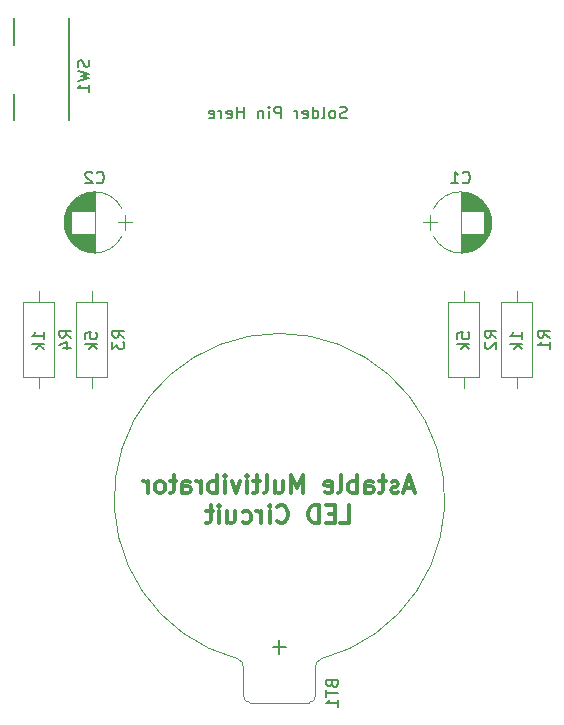
<source format=gbr>
G04 #@! TF.GenerationSoftware,KiCad,Pcbnew,(5.0.0)*
G04 #@! TF.CreationDate,2018-10-24T17:50:19-07:00*
G04 #@! TF.ProjectId,Cub_Wolf_Badge_Circuit,4375625F576F6C665F42616467655F43,rev?*
G04 #@! TF.SameCoordinates,Original*
G04 #@! TF.FileFunction,Legend,Bot*
G04 #@! TF.FilePolarity,Positive*
%FSLAX46Y46*%
G04 Gerber Fmt 4.6, Leading zero omitted, Abs format (unit mm)*
G04 Created by KiCad (PCBNEW (5.0.0)) date 10/24/18 17:50:19*
%MOMM*%
%LPD*%
G01*
G04 APERTURE LIST*
%ADD10C,0.300000*%
%ADD11C,0.120000*%
%ADD12C,0.150000*%
G04 APERTURE END LIST*
D10*
X137742857Y-72475000D02*
X137028571Y-72475000D01*
X137885714Y-72903571D02*
X137385714Y-71403571D01*
X136885714Y-72903571D01*
X136457142Y-72832142D02*
X136314285Y-72903571D01*
X136028571Y-72903571D01*
X135885714Y-72832142D01*
X135814285Y-72689285D01*
X135814285Y-72617857D01*
X135885714Y-72475000D01*
X136028571Y-72403571D01*
X136242857Y-72403571D01*
X136385714Y-72332142D01*
X136457142Y-72189285D01*
X136457142Y-72117857D01*
X136385714Y-71975000D01*
X136242857Y-71903571D01*
X136028571Y-71903571D01*
X135885714Y-71975000D01*
X135385714Y-71903571D02*
X134814285Y-71903571D01*
X135171428Y-71403571D02*
X135171428Y-72689285D01*
X135100000Y-72832142D01*
X134957142Y-72903571D01*
X134814285Y-72903571D01*
X133671428Y-72903571D02*
X133671428Y-72117857D01*
X133742857Y-71975000D01*
X133885714Y-71903571D01*
X134171428Y-71903571D01*
X134314285Y-71975000D01*
X133671428Y-72832142D02*
X133814285Y-72903571D01*
X134171428Y-72903571D01*
X134314285Y-72832142D01*
X134385714Y-72689285D01*
X134385714Y-72546428D01*
X134314285Y-72403571D01*
X134171428Y-72332142D01*
X133814285Y-72332142D01*
X133671428Y-72260714D01*
X132957142Y-72903571D02*
X132957142Y-71403571D01*
X132957142Y-71975000D02*
X132814285Y-71903571D01*
X132528571Y-71903571D01*
X132385714Y-71975000D01*
X132314285Y-72046428D01*
X132242857Y-72189285D01*
X132242857Y-72617857D01*
X132314285Y-72760714D01*
X132385714Y-72832142D01*
X132528571Y-72903571D01*
X132814285Y-72903571D01*
X132957142Y-72832142D01*
X131385714Y-72903571D02*
X131528571Y-72832142D01*
X131599999Y-72689285D01*
X131599999Y-71403571D01*
X130242857Y-72832142D02*
X130385714Y-72903571D01*
X130671428Y-72903571D01*
X130814285Y-72832142D01*
X130885714Y-72689285D01*
X130885714Y-72117857D01*
X130814285Y-71975000D01*
X130671428Y-71903571D01*
X130385714Y-71903571D01*
X130242857Y-71975000D01*
X130171428Y-72117857D01*
X130171428Y-72260714D01*
X130885714Y-72403571D01*
X128385714Y-72903571D02*
X128385714Y-71403571D01*
X127885714Y-72475000D01*
X127385714Y-71403571D01*
X127385714Y-72903571D01*
X126028571Y-71903571D02*
X126028571Y-72903571D01*
X126671428Y-71903571D02*
X126671428Y-72689285D01*
X126599999Y-72832142D01*
X126457142Y-72903571D01*
X126242857Y-72903571D01*
X126099999Y-72832142D01*
X126028571Y-72760714D01*
X125100000Y-72903571D02*
X125242857Y-72832142D01*
X125314285Y-72689285D01*
X125314285Y-71403571D01*
X124742857Y-71903571D02*
X124171428Y-71903571D01*
X124528571Y-71403571D02*
X124528571Y-72689285D01*
X124457142Y-72832142D01*
X124314285Y-72903571D01*
X124171428Y-72903571D01*
X123671428Y-72903571D02*
X123671428Y-71903571D01*
X123671428Y-71403571D02*
X123742857Y-71475000D01*
X123671428Y-71546428D01*
X123600000Y-71475000D01*
X123671428Y-71403571D01*
X123671428Y-71546428D01*
X123100000Y-71903571D02*
X122742857Y-72903571D01*
X122385714Y-71903571D01*
X121814285Y-72903571D02*
X121814285Y-71903571D01*
X121814285Y-71403571D02*
X121885714Y-71475000D01*
X121814285Y-71546428D01*
X121742857Y-71475000D01*
X121814285Y-71403571D01*
X121814285Y-71546428D01*
X121100000Y-72903571D02*
X121100000Y-71403571D01*
X121100000Y-71975000D02*
X120957142Y-71903571D01*
X120671428Y-71903571D01*
X120528571Y-71975000D01*
X120457142Y-72046428D01*
X120385714Y-72189285D01*
X120385714Y-72617857D01*
X120457142Y-72760714D01*
X120528571Y-72832142D01*
X120671428Y-72903571D01*
X120957142Y-72903571D01*
X121100000Y-72832142D01*
X119742857Y-72903571D02*
X119742857Y-71903571D01*
X119742857Y-72189285D02*
X119671428Y-72046428D01*
X119600000Y-71975000D01*
X119457142Y-71903571D01*
X119314285Y-71903571D01*
X118171428Y-72903571D02*
X118171428Y-72117857D01*
X118242857Y-71975000D01*
X118385714Y-71903571D01*
X118671428Y-71903571D01*
X118814285Y-71975000D01*
X118171428Y-72832142D02*
X118314285Y-72903571D01*
X118671428Y-72903571D01*
X118814285Y-72832142D01*
X118885714Y-72689285D01*
X118885714Y-72546428D01*
X118814285Y-72403571D01*
X118671428Y-72332142D01*
X118314285Y-72332142D01*
X118171428Y-72260714D01*
X117671428Y-71903571D02*
X117099999Y-71903571D01*
X117457142Y-71403571D02*
X117457142Y-72689285D01*
X117385714Y-72832142D01*
X117242857Y-72903571D01*
X117099999Y-72903571D01*
X116385714Y-72903571D02*
X116528571Y-72832142D01*
X116599999Y-72760714D01*
X116671428Y-72617857D01*
X116671428Y-72189285D01*
X116599999Y-72046428D01*
X116528571Y-71975000D01*
X116385714Y-71903571D01*
X116171428Y-71903571D01*
X116028571Y-71975000D01*
X115957142Y-72046428D01*
X115885714Y-72189285D01*
X115885714Y-72617857D01*
X115957142Y-72760714D01*
X116028571Y-72832142D01*
X116171428Y-72903571D01*
X116385714Y-72903571D01*
X115242857Y-72903571D02*
X115242857Y-71903571D01*
X115242857Y-72189285D02*
X115171428Y-72046428D01*
X115099999Y-71975000D01*
X114957142Y-71903571D01*
X114814285Y-71903571D01*
X131564285Y-75453571D02*
X132278571Y-75453571D01*
X132278571Y-73953571D01*
X131064285Y-74667857D02*
X130564285Y-74667857D01*
X130350000Y-75453571D02*
X131064285Y-75453571D01*
X131064285Y-73953571D01*
X130350000Y-73953571D01*
X129707142Y-75453571D02*
X129707142Y-73953571D01*
X129350000Y-73953571D01*
X129135714Y-74025000D01*
X128992857Y-74167857D01*
X128921428Y-74310714D01*
X128850000Y-74596428D01*
X128850000Y-74810714D01*
X128921428Y-75096428D01*
X128992857Y-75239285D01*
X129135714Y-75382142D01*
X129350000Y-75453571D01*
X129707142Y-75453571D01*
X126207142Y-75310714D02*
X126278571Y-75382142D01*
X126492857Y-75453571D01*
X126635714Y-75453571D01*
X126850000Y-75382142D01*
X126992857Y-75239285D01*
X127064285Y-75096428D01*
X127135714Y-74810714D01*
X127135714Y-74596428D01*
X127064285Y-74310714D01*
X126992857Y-74167857D01*
X126850000Y-74025000D01*
X126635714Y-73953571D01*
X126492857Y-73953571D01*
X126278571Y-74025000D01*
X126207142Y-74096428D01*
X125564285Y-75453571D02*
X125564285Y-74453571D01*
X125564285Y-73953571D02*
X125635714Y-74025000D01*
X125564285Y-74096428D01*
X125492857Y-74025000D01*
X125564285Y-73953571D01*
X125564285Y-74096428D01*
X124850000Y-75453571D02*
X124850000Y-74453571D01*
X124850000Y-74739285D02*
X124778571Y-74596428D01*
X124707142Y-74525000D01*
X124564285Y-74453571D01*
X124421428Y-74453571D01*
X123278571Y-75382142D02*
X123421428Y-75453571D01*
X123707142Y-75453571D01*
X123850000Y-75382142D01*
X123921428Y-75310714D01*
X123992857Y-75167857D01*
X123992857Y-74739285D01*
X123921428Y-74596428D01*
X123850000Y-74525000D01*
X123707142Y-74453571D01*
X123421428Y-74453571D01*
X123278571Y-74525000D01*
X121992857Y-74453571D02*
X121992857Y-75453571D01*
X122635714Y-74453571D02*
X122635714Y-75239285D01*
X122564285Y-75382142D01*
X122421428Y-75453571D01*
X122207142Y-75453571D01*
X122064285Y-75382142D01*
X121992857Y-75310714D01*
X121278571Y-75453571D02*
X121278571Y-74453571D01*
X121278571Y-73953571D02*
X121350000Y-74025000D01*
X121278571Y-74096428D01*
X121207142Y-74025000D01*
X121278571Y-73953571D01*
X121278571Y-74096428D01*
X120778571Y-74453571D02*
X120207142Y-74453571D01*
X120564285Y-73953571D02*
X120564285Y-75239285D01*
X120492857Y-75382142D01*
X120350000Y-75453571D01*
X120207142Y-75453571D01*
D11*
G04 #@! TO.C,BT1*
X128900000Y-90650000D02*
X123900000Y-90650000D01*
X123350000Y-90100000D02*
G75*
G03X123900000Y-90650000I550000J0D01*
G01*
X129450000Y-90100000D02*
G75*
G02X128900000Y-90650000I-550000J0D01*
G01*
X123350000Y-90100000D02*
X123350000Y-87650000D01*
X129450000Y-87650000D02*
X129450000Y-90100000D01*
X129943485Y-86945231D02*
G75*
G03X129450000Y-87650000I256515J-704769D01*
G01*
X122856515Y-86945231D02*
G75*
G02X123350000Y-87650000I-256515J-704769D01*
G01*
X126384769Y-59400262D02*
G75*
G02X129920000Y-86950000I15231J-13999738D01*
G01*
X126415231Y-59400262D02*
G75*
G03X122880000Y-86950000I-15231J-13999738D01*
G01*
G04 #@! TO.C,R1*
X146500000Y-55820000D02*
X146500000Y-56710000D01*
X146500000Y-64020000D02*
X146500000Y-63130000D01*
X147810000Y-56710000D02*
X147810000Y-63130000D01*
X145190000Y-56710000D02*
X147810000Y-56710000D01*
X145190000Y-63130000D02*
X145190000Y-56710000D01*
X147810000Y-63130000D02*
X145190000Y-63130000D01*
G04 #@! TO.C,R2*
X142000000Y-55820000D02*
X142000000Y-56710000D01*
X142000000Y-64020000D02*
X142000000Y-63130000D01*
X143310000Y-56710000D02*
X143310000Y-63130000D01*
X140690000Y-56710000D02*
X143310000Y-56710000D01*
X140690000Y-63130000D02*
X140690000Y-56710000D01*
X143310000Y-63130000D02*
X140690000Y-63130000D01*
G04 #@! TO.C,R3*
X111810000Y-63130000D02*
X109190000Y-63130000D01*
X109190000Y-63130000D02*
X109190000Y-56710000D01*
X109190000Y-56710000D02*
X111810000Y-56710000D01*
X111810000Y-56710000D02*
X111810000Y-63130000D01*
X110500000Y-64020000D02*
X110500000Y-63130000D01*
X110500000Y-55820000D02*
X110500000Y-56710000D01*
G04 #@! TO.C,R4*
X107310000Y-63130000D02*
X104690000Y-63130000D01*
X104690000Y-63130000D02*
X104690000Y-56710000D01*
X104690000Y-56710000D02*
X107310000Y-56710000D01*
X107310000Y-56710000D02*
X107310000Y-63130000D01*
X106000000Y-64020000D02*
X106000000Y-63130000D01*
X106000000Y-55820000D02*
X106000000Y-56710000D01*
G04 #@! TO.C,C1*
X139150000Y-50650000D02*
X139150000Y-49350000D01*
X138550000Y-50000000D02*
X139750000Y-50000000D01*
X144311000Y-50354000D02*
X144311000Y-49646000D01*
X144271000Y-50559000D02*
X144271000Y-49441000D01*
X144231000Y-50707000D02*
X144231000Y-49293000D01*
X144191000Y-50829000D02*
X144191000Y-49171000D01*
X144151000Y-50934000D02*
X144151000Y-49066000D01*
X144111000Y-51028000D02*
X144111000Y-48972000D01*
X144071000Y-51112000D02*
X144071000Y-48888000D01*
X144031000Y-51189000D02*
X144031000Y-48811000D01*
X143991000Y-51261000D02*
X143991000Y-48739000D01*
X143951000Y-51327000D02*
X143951000Y-48673000D01*
X143911000Y-51390000D02*
X143911000Y-48610000D01*
X143871000Y-51448000D02*
X143871000Y-48552000D01*
X143831000Y-51504000D02*
X143831000Y-48496000D01*
X143791000Y-51556000D02*
X143791000Y-48444000D01*
X143751000Y-51606000D02*
X143751000Y-48394000D01*
X143711000Y-49020000D02*
X143711000Y-48346000D01*
X143711000Y-51654000D02*
X143711000Y-50980000D01*
X143671000Y-49020000D02*
X143671000Y-48301000D01*
X143671000Y-51699000D02*
X143671000Y-50980000D01*
X143631000Y-49020000D02*
X143631000Y-48258000D01*
X143631000Y-51742000D02*
X143631000Y-50980000D01*
X143591000Y-49020000D02*
X143591000Y-48217000D01*
X143591000Y-51783000D02*
X143591000Y-50980000D01*
X143551000Y-49020000D02*
X143551000Y-48177000D01*
X143551000Y-51823000D02*
X143551000Y-50980000D01*
X143511000Y-49020000D02*
X143511000Y-48139000D01*
X143511000Y-51861000D02*
X143511000Y-50980000D01*
X143471000Y-49020000D02*
X143471000Y-48103000D01*
X143471000Y-51897000D02*
X143471000Y-50980000D01*
X143431000Y-49020000D02*
X143431000Y-48068000D01*
X143431000Y-51932000D02*
X143431000Y-50980000D01*
X143391000Y-49020000D02*
X143391000Y-48035000D01*
X143391000Y-51965000D02*
X143391000Y-50980000D01*
X143351000Y-49020000D02*
X143351000Y-48003000D01*
X143351000Y-51997000D02*
X143351000Y-50980000D01*
X143311000Y-49020000D02*
X143311000Y-47972000D01*
X143311000Y-52028000D02*
X143311000Y-50980000D01*
X143271000Y-49020000D02*
X143271000Y-47942000D01*
X143271000Y-52058000D02*
X143271000Y-50980000D01*
X143231000Y-49020000D02*
X143231000Y-47914000D01*
X143231000Y-52086000D02*
X143231000Y-50980000D01*
X143191000Y-49020000D02*
X143191000Y-47887000D01*
X143191000Y-52113000D02*
X143191000Y-50980000D01*
X143151000Y-49020000D02*
X143151000Y-47860000D01*
X143151000Y-52140000D02*
X143151000Y-50980000D01*
X143111000Y-49020000D02*
X143111000Y-47835000D01*
X143111000Y-52165000D02*
X143111000Y-50980000D01*
X143071000Y-49020000D02*
X143071000Y-47811000D01*
X143071000Y-52189000D02*
X143071000Y-50980000D01*
X143031000Y-49020000D02*
X143031000Y-47788000D01*
X143031000Y-52212000D02*
X143031000Y-50980000D01*
X142991000Y-49020000D02*
X142991000Y-47766000D01*
X142991000Y-52234000D02*
X142991000Y-50980000D01*
X142951000Y-49020000D02*
X142951000Y-47744000D01*
X142951000Y-52256000D02*
X142951000Y-50980000D01*
X142911000Y-49020000D02*
X142911000Y-47724000D01*
X142911000Y-52276000D02*
X142911000Y-50980000D01*
X142871000Y-49020000D02*
X142871000Y-47704000D01*
X142871000Y-52296000D02*
X142871000Y-50980000D01*
X142831000Y-49020000D02*
X142831000Y-47685000D01*
X142831000Y-52315000D02*
X142831000Y-50980000D01*
X142791000Y-49020000D02*
X142791000Y-47667000D01*
X142791000Y-52333000D02*
X142791000Y-50980000D01*
X142751000Y-49020000D02*
X142751000Y-47650000D01*
X142751000Y-52350000D02*
X142751000Y-50980000D01*
X142711000Y-49020000D02*
X142711000Y-47634000D01*
X142711000Y-52366000D02*
X142711000Y-50980000D01*
X142671000Y-49020000D02*
X142671000Y-47618000D01*
X142671000Y-52382000D02*
X142671000Y-50980000D01*
X142631000Y-49020000D02*
X142631000Y-47604000D01*
X142631000Y-52396000D02*
X142631000Y-50980000D01*
X142591000Y-49020000D02*
X142591000Y-47590000D01*
X142591000Y-52410000D02*
X142591000Y-50980000D01*
X142551000Y-49020000D02*
X142551000Y-47576000D01*
X142551000Y-52424000D02*
X142551000Y-50980000D01*
X142511000Y-49020000D02*
X142511000Y-47564000D01*
X142511000Y-52436000D02*
X142511000Y-50980000D01*
X142471000Y-49020000D02*
X142471000Y-47552000D01*
X142471000Y-52448000D02*
X142471000Y-50980000D01*
X142430000Y-49020000D02*
X142430000Y-47540000D01*
X142430000Y-52460000D02*
X142430000Y-50980000D01*
X142390000Y-49020000D02*
X142390000Y-47530000D01*
X142390000Y-52470000D02*
X142390000Y-50980000D01*
X142350000Y-49020000D02*
X142350000Y-47520000D01*
X142350000Y-52480000D02*
X142350000Y-50980000D01*
X142310000Y-49020000D02*
X142310000Y-47511000D01*
X142310000Y-52489000D02*
X142310000Y-50980000D01*
X142270000Y-49020000D02*
X142270000Y-47502000D01*
X142270000Y-52498000D02*
X142270000Y-50980000D01*
X142230000Y-49020000D02*
X142230000Y-47494000D01*
X142230000Y-52506000D02*
X142230000Y-50980000D01*
X142190000Y-49020000D02*
X142190000Y-47487000D01*
X142190000Y-52513000D02*
X142190000Y-50980000D01*
X142150000Y-49020000D02*
X142150000Y-47481000D01*
X142150000Y-52519000D02*
X142150000Y-50980000D01*
X142110000Y-49020000D02*
X142110000Y-47475000D01*
X142110000Y-52525000D02*
X142110000Y-50980000D01*
X142070000Y-49020000D02*
X142070000Y-47469000D01*
X142070000Y-52531000D02*
X142070000Y-50980000D01*
X142030000Y-49020000D02*
X142030000Y-47465000D01*
X142030000Y-52535000D02*
X142030000Y-50980000D01*
X141990000Y-49020000D02*
X141990000Y-47461000D01*
X141990000Y-52539000D02*
X141990000Y-50980000D01*
X141950000Y-49020000D02*
X141950000Y-47457000D01*
X141950000Y-52543000D02*
X141950000Y-50980000D01*
X141910000Y-49020000D02*
X141910000Y-47454000D01*
X141910000Y-52546000D02*
X141910000Y-50980000D01*
X141870000Y-49020000D02*
X141870000Y-47452000D01*
X141870000Y-52548000D02*
X141870000Y-50980000D01*
X141830000Y-49020000D02*
X141830000Y-47451000D01*
X141830000Y-52549000D02*
X141830000Y-50980000D01*
X141790000Y-49020000D02*
X141790000Y-47450000D01*
X141790000Y-52550000D02*
X141790000Y-50980000D01*
X141750000Y-52550000D02*
X141750000Y-47450000D01*
X144055722Y-48820277D02*
G75*
G02X144055580Y-51180000I-2305722J-1179723D01*
G01*
X144055722Y-48820277D02*
G75*
G03X139444420Y-48820000I-2305722J-1179723D01*
G01*
X144055722Y-51179723D02*
G75*
G02X139444420Y-51180000I-2305722J1179723D01*
G01*
G04 #@! TO.C,C2*
X108444278Y-48820277D02*
G75*
G02X113055580Y-48820000I2305722J-1179723D01*
G01*
X108444278Y-51179723D02*
G75*
G03X113055580Y-51180000I2305722J1179723D01*
G01*
X108444278Y-51179723D02*
G75*
G02X108444420Y-48820000I2305722J1179723D01*
G01*
X110750000Y-47450000D02*
X110750000Y-52550000D01*
X110710000Y-47450000D02*
X110710000Y-49020000D01*
X110710000Y-50980000D02*
X110710000Y-52550000D01*
X110670000Y-47451000D02*
X110670000Y-49020000D01*
X110670000Y-50980000D02*
X110670000Y-52549000D01*
X110630000Y-47452000D02*
X110630000Y-49020000D01*
X110630000Y-50980000D02*
X110630000Y-52548000D01*
X110590000Y-47454000D02*
X110590000Y-49020000D01*
X110590000Y-50980000D02*
X110590000Y-52546000D01*
X110550000Y-47457000D02*
X110550000Y-49020000D01*
X110550000Y-50980000D02*
X110550000Y-52543000D01*
X110510000Y-47461000D02*
X110510000Y-49020000D01*
X110510000Y-50980000D02*
X110510000Y-52539000D01*
X110470000Y-47465000D02*
X110470000Y-49020000D01*
X110470000Y-50980000D02*
X110470000Y-52535000D01*
X110430000Y-47469000D02*
X110430000Y-49020000D01*
X110430000Y-50980000D02*
X110430000Y-52531000D01*
X110390000Y-47475000D02*
X110390000Y-49020000D01*
X110390000Y-50980000D02*
X110390000Y-52525000D01*
X110350000Y-47481000D02*
X110350000Y-49020000D01*
X110350000Y-50980000D02*
X110350000Y-52519000D01*
X110310000Y-47487000D02*
X110310000Y-49020000D01*
X110310000Y-50980000D02*
X110310000Y-52513000D01*
X110270000Y-47494000D02*
X110270000Y-49020000D01*
X110270000Y-50980000D02*
X110270000Y-52506000D01*
X110230000Y-47502000D02*
X110230000Y-49020000D01*
X110230000Y-50980000D02*
X110230000Y-52498000D01*
X110190000Y-47511000D02*
X110190000Y-49020000D01*
X110190000Y-50980000D02*
X110190000Y-52489000D01*
X110150000Y-47520000D02*
X110150000Y-49020000D01*
X110150000Y-50980000D02*
X110150000Y-52480000D01*
X110110000Y-47530000D02*
X110110000Y-49020000D01*
X110110000Y-50980000D02*
X110110000Y-52470000D01*
X110070000Y-47540000D02*
X110070000Y-49020000D01*
X110070000Y-50980000D02*
X110070000Y-52460000D01*
X110029000Y-47552000D02*
X110029000Y-49020000D01*
X110029000Y-50980000D02*
X110029000Y-52448000D01*
X109989000Y-47564000D02*
X109989000Y-49020000D01*
X109989000Y-50980000D02*
X109989000Y-52436000D01*
X109949000Y-47576000D02*
X109949000Y-49020000D01*
X109949000Y-50980000D02*
X109949000Y-52424000D01*
X109909000Y-47590000D02*
X109909000Y-49020000D01*
X109909000Y-50980000D02*
X109909000Y-52410000D01*
X109869000Y-47604000D02*
X109869000Y-49020000D01*
X109869000Y-50980000D02*
X109869000Y-52396000D01*
X109829000Y-47618000D02*
X109829000Y-49020000D01*
X109829000Y-50980000D02*
X109829000Y-52382000D01*
X109789000Y-47634000D02*
X109789000Y-49020000D01*
X109789000Y-50980000D02*
X109789000Y-52366000D01*
X109749000Y-47650000D02*
X109749000Y-49020000D01*
X109749000Y-50980000D02*
X109749000Y-52350000D01*
X109709000Y-47667000D02*
X109709000Y-49020000D01*
X109709000Y-50980000D02*
X109709000Y-52333000D01*
X109669000Y-47685000D02*
X109669000Y-49020000D01*
X109669000Y-50980000D02*
X109669000Y-52315000D01*
X109629000Y-47704000D02*
X109629000Y-49020000D01*
X109629000Y-50980000D02*
X109629000Y-52296000D01*
X109589000Y-47724000D02*
X109589000Y-49020000D01*
X109589000Y-50980000D02*
X109589000Y-52276000D01*
X109549000Y-47744000D02*
X109549000Y-49020000D01*
X109549000Y-50980000D02*
X109549000Y-52256000D01*
X109509000Y-47766000D02*
X109509000Y-49020000D01*
X109509000Y-50980000D02*
X109509000Y-52234000D01*
X109469000Y-47788000D02*
X109469000Y-49020000D01*
X109469000Y-50980000D02*
X109469000Y-52212000D01*
X109429000Y-47811000D02*
X109429000Y-49020000D01*
X109429000Y-50980000D02*
X109429000Y-52189000D01*
X109389000Y-47835000D02*
X109389000Y-49020000D01*
X109389000Y-50980000D02*
X109389000Y-52165000D01*
X109349000Y-47860000D02*
X109349000Y-49020000D01*
X109349000Y-50980000D02*
X109349000Y-52140000D01*
X109309000Y-47887000D02*
X109309000Y-49020000D01*
X109309000Y-50980000D02*
X109309000Y-52113000D01*
X109269000Y-47914000D02*
X109269000Y-49020000D01*
X109269000Y-50980000D02*
X109269000Y-52086000D01*
X109229000Y-47942000D02*
X109229000Y-49020000D01*
X109229000Y-50980000D02*
X109229000Y-52058000D01*
X109189000Y-47972000D02*
X109189000Y-49020000D01*
X109189000Y-50980000D02*
X109189000Y-52028000D01*
X109149000Y-48003000D02*
X109149000Y-49020000D01*
X109149000Y-50980000D02*
X109149000Y-51997000D01*
X109109000Y-48035000D02*
X109109000Y-49020000D01*
X109109000Y-50980000D02*
X109109000Y-51965000D01*
X109069000Y-48068000D02*
X109069000Y-49020000D01*
X109069000Y-50980000D02*
X109069000Y-51932000D01*
X109029000Y-48103000D02*
X109029000Y-49020000D01*
X109029000Y-50980000D02*
X109029000Y-51897000D01*
X108989000Y-48139000D02*
X108989000Y-49020000D01*
X108989000Y-50980000D02*
X108989000Y-51861000D01*
X108949000Y-48177000D02*
X108949000Y-49020000D01*
X108949000Y-50980000D02*
X108949000Y-51823000D01*
X108909000Y-48217000D02*
X108909000Y-49020000D01*
X108909000Y-50980000D02*
X108909000Y-51783000D01*
X108869000Y-48258000D02*
X108869000Y-49020000D01*
X108869000Y-50980000D02*
X108869000Y-51742000D01*
X108829000Y-48301000D02*
X108829000Y-49020000D01*
X108829000Y-50980000D02*
X108829000Y-51699000D01*
X108789000Y-48346000D02*
X108789000Y-49020000D01*
X108789000Y-50980000D02*
X108789000Y-51654000D01*
X108749000Y-48394000D02*
X108749000Y-51606000D01*
X108709000Y-48444000D02*
X108709000Y-51556000D01*
X108669000Y-48496000D02*
X108669000Y-51504000D01*
X108629000Y-48552000D02*
X108629000Y-51448000D01*
X108589000Y-48610000D02*
X108589000Y-51390000D01*
X108549000Y-48673000D02*
X108549000Y-51327000D01*
X108509000Y-48739000D02*
X108509000Y-51261000D01*
X108469000Y-48811000D02*
X108469000Y-51189000D01*
X108429000Y-48888000D02*
X108429000Y-51112000D01*
X108389000Y-48972000D02*
X108389000Y-51028000D01*
X108349000Y-49066000D02*
X108349000Y-50934000D01*
X108309000Y-49171000D02*
X108309000Y-50829000D01*
X108269000Y-49293000D02*
X108269000Y-50707000D01*
X108229000Y-49441000D02*
X108229000Y-50559000D01*
X108189000Y-49646000D02*
X108189000Y-50354000D01*
X113950000Y-50000000D02*
X112750000Y-50000000D01*
X113350000Y-49350000D02*
X113350000Y-50650000D01*
D12*
G04 #@! TO.C,SW1*
X103950000Y-35000000D02*
X103950000Y-32700000D01*
X103950000Y-41300000D02*
X103950000Y-39100000D01*
X108550000Y-41300000D02*
X108550000Y-32700000D01*
G04 #@! TO.C,BT1*
X130828571Y-89064285D02*
X130876190Y-89207142D01*
X130923809Y-89254761D01*
X131019047Y-89302380D01*
X131161904Y-89302380D01*
X131257142Y-89254761D01*
X131304761Y-89207142D01*
X131352380Y-89111904D01*
X131352380Y-88730952D01*
X130352380Y-88730952D01*
X130352380Y-89064285D01*
X130400000Y-89159523D01*
X130447619Y-89207142D01*
X130542857Y-89254761D01*
X130638095Y-89254761D01*
X130733333Y-89207142D01*
X130780952Y-89159523D01*
X130828571Y-89064285D01*
X130828571Y-88730952D01*
X130352380Y-89588095D02*
X130352380Y-90159523D01*
X131352380Y-89873809D02*
X130352380Y-89873809D01*
X131352380Y-91016666D02*
X131352380Y-90445238D01*
X131352380Y-90730952D02*
X130352380Y-90730952D01*
X130495238Y-90635714D01*
X130590476Y-90540476D01*
X130638095Y-90445238D01*
X126971428Y-85957142D02*
X125828571Y-85957142D01*
X126400000Y-86528571D02*
X126400000Y-85385714D01*
G04 #@! TO.C,R1*
X149262380Y-59753333D02*
X148786190Y-59420000D01*
X149262380Y-59181904D02*
X148262380Y-59181904D01*
X148262380Y-59562857D01*
X148310000Y-59658095D01*
X148357619Y-59705714D01*
X148452857Y-59753333D01*
X148595714Y-59753333D01*
X148690952Y-59705714D01*
X148738571Y-59658095D01*
X148786190Y-59562857D01*
X148786190Y-59181904D01*
X149262380Y-60705714D02*
X149262380Y-60134285D01*
X149262380Y-60420000D02*
X148262380Y-60420000D01*
X148405238Y-60324761D01*
X148500476Y-60229523D01*
X148548095Y-60134285D01*
X146952380Y-59880952D02*
X146952380Y-59309523D01*
X146952380Y-59595238D02*
X145952380Y-59595238D01*
X146095238Y-59500000D01*
X146190476Y-59404761D01*
X146238095Y-59309523D01*
X146952380Y-60309523D02*
X145952380Y-60309523D01*
X146571428Y-60404761D02*
X146952380Y-60690476D01*
X146285714Y-60690476D02*
X146666666Y-60309523D01*
G04 #@! TO.C,R2*
X144762380Y-59753333D02*
X144286190Y-59420000D01*
X144762380Y-59181904D02*
X143762380Y-59181904D01*
X143762380Y-59562857D01*
X143810000Y-59658095D01*
X143857619Y-59705714D01*
X143952857Y-59753333D01*
X144095714Y-59753333D01*
X144190952Y-59705714D01*
X144238571Y-59658095D01*
X144286190Y-59562857D01*
X144286190Y-59181904D01*
X143857619Y-60134285D02*
X143810000Y-60181904D01*
X143762380Y-60277142D01*
X143762380Y-60515238D01*
X143810000Y-60610476D01*
X143857619Y-60658095D01*
X143952857Y-60705714D01*
X144048095Y-60705714D01*
X144190952Y-60658095D01*
X144762380Y-60086666D01*
X144762380Y-60705714D01*
X141452380Y-59833333D02*
X141452380Y-59357142D01*
X141928571Y-59309523D01*
X141880952Y-59357142D01*
X141833333Y-59452380D01*
X141833333Y-59690476D01*
X141880952Y-59785714D01*
X141928571Y-59833333D01*
X142023809Y-59880952D01*
X142261904Y-59880952D01*
X142357142Y-59833333D01*
X142404761Y-59785714D01*
X142452380Y-59690476D01*
X142452380Y-59452380D01*
X142404761Y-59357142D01*
X142357142Y-59309523D01*
X142452380Y-60309523D02*
X141452380Y-60309523D01*
X142071428Y-60404761D02*
X142452380Y-60690476D01*
X141785714Y-60690476D02*
X142166666Y-60309523D01*
G04 #@! TO.C,R3*
X113262380Y-59753333D02*
X112786190Y-59420000D01*
X113262380Y-59181904D02*
X112262380Y-59181904D01*
X112262380Y-59562857D01*
X112310000Y-59658095D01*
X112357619Y-59705714D01*
X112452857Y-59753333D01*
X112595714Y-59753333D01*
X112690952Y-59705714D01*
X112738571Y-59658095D01*
X112786190Y-59562857D01*
X112786190Y-59181904D01*
X112262380Y-60086666D02*
X112262380Y-60705714D01*
X112643333Y-60372380D01*
X112643333Y-60515238D01*
X112690952Y-60610476D01*
X112738571Y-60658095D01*
X112833809Y-60705714D01*
X113071904Y-60705714D01*
X113167142Y-60658095D01*
X113214761Y-60610476D01*
X113262380Y-60515238D01*
X113262380Y-60229523D01*
X113214761Y-60134285D01*
X113167142Y-60086666D01*
X109952380Y-59833333D02*
X109952380Y-59357142D01*
X110428571Y-59309523D01*
X110380952Y-59357142D01*
X110333333Y-59452380D01*
X110333333Y-59690476D01*
X110380952Y-59785714D01*
X110428571Y-59833333D01*
X110523809Y-59880952D01*
X110761904Y-59880952D01*
X110857142Y-59833333D01*
X110904761Y-59785714D01*
X110952380Y-59690476D01*
X110952380Y-59452380D01*
X110904761Y-59357142D01*
X110857142Y-59309523D01*
X110952380Y-60309523D02*
X109952380Y-60309523D01*
X110571428Y-60404761D02*
X110952380Y-60690476D01*
X110285714Y-60690476D02*
X110666666Y-60309523D01*
G04 #@! TO.C,R4*
X108762380Y-59753333D02*
X108286190Y-59420000D01*
X108762380Y-59181904D02*
X107762380Y-59181904D01*
X107762380Y-59562857D01*
X107810000Y-59658095D01*
X107857619Y-59705714D01*
X107952857Y-59753333D01*
X108095714Y-59753333D01*
X108190952Y-59705714D01*
X108238571Y-59658095D01*
X108286190Y-59562857D01*
X108286190Y-59181904D01*
X108095714Y-60610476D02*
X108762380Y-60610476D01*
X107714761Y-60372380D02*
X108429047Y-60134285D01*
X108429047Y-60753333D01*
X106452380Y-59880952D02*
X106452380Y-59309523D01*
X106452380Y-59595238D02*
X105452380Y-59595238D01*
X105595238Y-59500000D01*
X105690476Y-59404761D01*
X105738095Y-59309523D01*
X106452380Y-60309523D02*
X105452380Y-60309523D01*
X106071428Y-60404761D02*
X106452380Y-60690476D01*
X105785714Y-60690476D02*
X106166666Y-60309523D01*
G04 #@! TO.C,C1*
X141916666Y-46607142D02*
X141964285Y-46654761D01*
X142107142Y-46702380D01*
X142202380Y-46702380D01*
X142345238Y-46654761D01*
X142440476Y-46559523D01*
X142488095Y-46464285D01*
X142535714Y-46273809D01*
X142535714Y-46130952D01*
X142488095Y-45940476D01*
X142440476Y-45845238D01*
X142345238Y-45750000D01*
X142202380Y-45702380D01*
X142107142Y-45702380D01*
X141964285Y-45750000D01*
X141916666Y-45797619D01*
X140964285Y-46702380D02*
X141535714Y-46702380D01*
X141250000Y-46702380D02*
X141250000Y-45702380D01*
X141345238Y-45845238D01*
X141440476Y-45940476D01*
X141535714Y-45988095D01*
G04 #@! TO.C,C2*
X110916666Y-46607142D02*
X110964285Y-46654761D01*
X111107142Y-46702380D01*
X111202380Y-46702380D01*
X111345238Y-46654761D01*
X111440476Y-46559523D01*
X111488095Y-46464285D01*
X111535714Y-46273809D01*
X111535714Y-46130952D01*
X111488095Y-45940476D01*
X111440476Y-45845238D01*
X111345238Y-45750000D01*
X111202380Y-45702380D01*
X111107142Y-45702380D01*
X110964285Y-45750000D01*
X110916666Y-45797619D01*
X110535714Y-45797619D02*
X110488095Y-45750000D01*
X110392857Y-45702380D01*
X110154761Y-45702380D01*
X110059523Y-45750000D01*
X110011904Y-45797619D01*
X109964285Y-45892857D01*
X109964285Y-45988095D01*
X110011904Y-46130952D01*
X110583333Y-46702380D01*
X109964285Y-46702380D01*
G04 #@! TO.C,Solder Pin Here*
X132083333Y-41154761D02*
X131940476Y-41202380D01*
X131702380Y-41202380D01*
X131607142Y-41154761D01*
X131559523Y-41107142D01*
X131511904Y-41011904D01*
X131511904Y-40916666D01*
X131559523Y-40821428D01*
X131607142Y-40773809D01*
X131702380Y-40726190D01*
X131892857Y-40678571D01*
X131988095Y-40630952D01*
X132035714Y-40583333D01*
X132083333Y-40488095D01*
X132083333Y-40392857D01*
X132035714Y-40297619D01*
X131988095Y-40250000D01*
X131892857Y-40202380D01*
X131654761Y-40202380D01*
X131511904Y-40250000D01*
X130940476Y-41202380D02*
X131035714Y-41154761D01*
X131083333Y-41107142D01*
X131130952Y-41011904D01*
X131130952Y-40726190D01*
X131083333Y-40630952D01*
X131035714Y-40583333D01*
X130940476Y-40535714D01*
X130797619Y-40535714D01*
X130702380Y-40583333D01*
X130654761Y-40630952D01*
X130607142Y-40726190D01*
X130607142Y-41011904D01*
X130654761Y-41107142D01*
X130702380Y-41154761D01*
X130797619Y-41202380D01*
X130940476Y-41202380D01*
X130035714Y-41202380D02*
X130130952Y-41154761D01*
X130178571Y-41059523D01*
X130178571Y-40202380D01*
X129226190Y-41202380D02*
X129226190Y-40202380D01*
X129226190Y-41154761D02*
X129321428Y-41202380D01*
X129511904Y-41202380D01*
X129607142Y-41154761D01*
X129654761Y-41107142D01*
X129702380Y-41011904D01*
X129702380Y-40726190D01*
X129654761Y-40630952D01*
X129607142Y-40583333D01*
X129511904Y-40535714D01*
X129321428Y-40535714D01*
X129226190Y-40583333D01*
X128369047Y-41154761D02*
X128464285Y-41202380D01*
X128654761Y-41202380D01*
X128750000Y-41154761D01*
X128797619Y-41059523D01*
X128797619Y-40678571D01*
X128750000Y-40583333D01*
X128654761Y-40535714D01*
X128464285Y-40535714D01*
X128369047Y-40583333D01*
X128321428Y-40678571D01*
X128321428Y-40773809D01*
X128797619Y-40869047D01*
X127892857Y-41202380D02*
X127892857Y-40535714D01*
X127892857Y-40726190D02*
X127845238Y-40630952D01*
X127797619Y-40583333D01*
X127702380Y-40535714D01*
X127607142Y-40535714D01*
X126511904Y-41202380D02*
X126511904Y-40202380D01*
X126130952Y-40202380D01*
X126035714Y-40250000D01*
X125988095Y-40297619D01*
X125940476Y-40392857D01*
X125940476Y-40535714D01*
X125988095Y-40630952D01*
X126035714Y-40678571D01*
X126130952Y-40726190D01*
X126511904Y-40726190D01*
X125511904Y-41202380D02*
X125511904Y-40535714D01*
X125511904Y-40202380D02*
X125559523Y-40250000D01*
X125511904Y-40297619D01*
X125464285Y-40250000D01*
X125511904Y-40202380D01*
X125511904Y-40297619D01*
X125035714Y-40535714D02*
X125035714Y-41202380D01*
X125035714Y-40630952D02*
X124988095Y-40583333D01*
X124892857Y-40535714D01*
X124750000Y-40535714D01*
X124654761Y-40583333D01*
X124607142Y-40678571D01*
X124607142Y-41202380D01*
X123369047Y-41202380D02*
X123369047Y-40202380D01*
X123369047Y-40678571D02*
X122797619Y-40678571D01*
X122797619Y-41202380D02*
X122797619Y-40202380D01*
X121940476Y-41154761D02*
X122035714Y-41202380D01*
X122226190Y-41202380D01*
X122321428Y-41154761D01*
X122369047Y-41059523D01*
X122369047Y-40678571D01*
X122321428Y-40583333D01*
X122226190Y-40535714D01*
X122035714Y-40535714D01*
X121940476Y-40583333D01*
X121892857Y-40678571D01*
X121892857Y-40773809D01*
X122369047Y-40869047D01*
X121464285Y-41202380D02*
X121464285Y-40535714D01*
X121464285Y-40726190D02*
X121416666Y-40630952D01*
X121369047Y-40583333D01*
X121273809Y-40535714D01*
X121178571Y-40535714D01*
X120464285Y-41154761D02*
X120559523Y-41202380D01*
X120750000Y-41202380D01*
X120845238Y-41154761D01*
X120892857Y-41059523D01*
X120892857Y-40678571D01*
X120845238Y-40583333D01*
X120750000Y-40535714D01*
X120559523Y-40535714D01*
X120464285Y-40583333D01*
X120416666Y-40678571D01*
X120416666Y-40773809D01*
X120892857Y-40869047D01*
G04 #@! TO.C,SW1*
X110254761Y-36266666D02*
X110302380Y-36409523D01*
X110302380Y-36647619D01*
X110254761Y-36742857D01*
X110207142Y-36790476D01*
X110111904Y-36838095D01*
X110016666Y-36838095D01*
X109921428Y-36790476D01*
X109873809Y-36742857D01*
X109826190Y-36647619D01*
X109778571Y-36457142D01*
X109730952Y-36361904D01*
X109683333Y-36314285D01*
X109588095Y-36266666D01*
X109492857Y-36266666D01*
X109397619Y-36314285D01*
X109350000Y-36361904D01*
X109302380Y-36457142D01*
X109302380Y-36695238D01*
X109350000Y-36838095D01*
X109302380Y-37171428D02*
X110302380Y-37409523D01*
X109588095Y-37600000D01*
X110302380Y-37790476D01*
X109302380Y-38028571D01*
X110302380Y-38933333D02*
X110302380Y-38361904D01*
X110302380Y-38647619D02*
X109302380Y-38647619D01*
X109445238Y-38552380D01*
X109540476Y-38457142D01*
X109588095Y-38361904D01*
G04 #@! TD*
M02*

</source>
